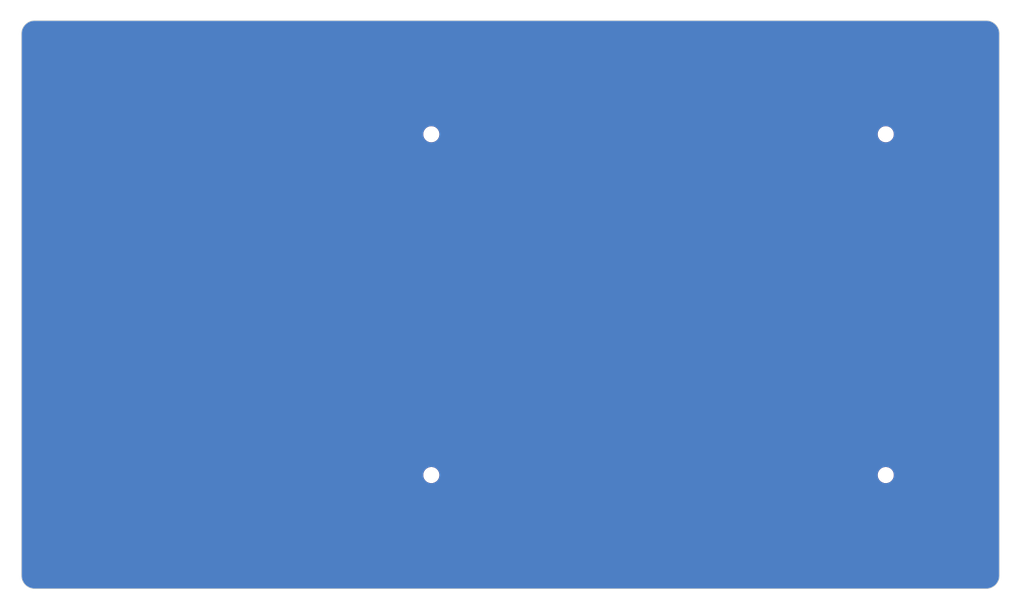
<source format=kicad_pcb>
(kicad_pcb (version 20241229) (generator "pcbnew") (generator_version "9.0")
  (layers (0 "F.Cu" signal) (2 "B.Cu" signal) (13 "F.Paste" user) (15 "B.Paste" user) (5 "F.SilkS" user "F.Silkscreen") (7 "B.SilkS" user "B.Silkscreen") (1 "F.Mask" user) (3 "B.Mask" user) (25 "Edge.Cuts" user))
  (net 0 "")
  (footprint "MountingHole:MountingHole_2.2mm_M2" (layer "F.Cu") (at 183.375 105.2)
    (property "Reference" "H4" (hide yes))
    (property "Value" "M2")
    (pad "" np_thru_hole circle (at 0 0) (size 2.2 2.2) (drill 2.2) (layers "*.Cu" "*.Mask"))
  )
  (footprint "MountingHole:MountingHole_2.2mm_M2" (layer "F.Cu") (at 107.175 48.05)
    (property "Reference" "H1" (hide yes))
    (property "Value" "M2")
    (pad "" np_thru_hole circle (at 0 0) (size 2.2 2.2) (drill 2.2) (layers "*.Cu" "*.Mask"))
  )
  (footprint "MountingHole:MountingHole_2.2mm_M2" (layer "F.Cu") (at 107.175 105.2)
    (property "Reference" "H2" (hide yes))
    (property "Value" "M2")
    (pad "" np_thru_hole circle (at 0 0) (size 2.2 2.2) (drill 2.2) (layers "*.Cu" "*.Mask"))
  )
  (footprint "MountingHole:MountingHole_2.2mm_M2" (layer "F.Cu") (at 183.375 48.05)
    (property "Reference" "H3" (hide yes))
    (property "Value" "M2")
    (pad "" np_thru_hole circle (at 0 0) (size 2.2 2.2) (drill 2.2) (layers "*.Cu" "*.Mask"))
  )
  (footprint "DreaM117er-keebLibrary:Trackpad_Cirque_TM040040" (layer "F.Cu") (at 63.218 99.493 -90)
    (property "Reference" "H5" (hide yes))
    (property "Value" "TM040040")
  )
  (gr_arc (start 200.225 29) (mid 201.780635 29.644365) (end 202.425 31.2) (stroke (width 0.1)) (layer "Edge.Cuts"))
  (gr_arc (start 202.425 122.05) (mid 201.780635 123.605635) (end 200.225 124.25) (stroke (width 0.1)) (layer "Edge.Cuts"))
  (gr_arc (start 40.661 124.25) (mid 39.105365 123.605635) (end 38.461 122.05) (stroke (width 0.1)) (layer "Edge.Cuts"))
  (gr_arc (start 38.461 31.2) (mid 39.105365 29.644365) (end 40.661 29) (stroke (width 0.1)) (layer "Edge.Cuts"))
  (gr_line (start 38.461 31.2) (end 38.461 122.05) (stroke (width 0.1)) (layer "Edge.Cuts"))
  (gr_line (start 40.661 29) (end 200.225 29) (stroke (width 0.1)) (layer "Edge.Cuts"))
  (gr_line (start 200.225 124.25) (end 40.661 124.25) (stroke (width 0.1)) (layer "Edge.Cuts"))
  (gr_line (start 202.425 122.05) (end 202.425 31.2) (stroke (width 0.1)) (layer "Edge.Cuts"))
  (zone (net 0) (net_name "") (layers "F.Cu" "B.Cu") (connect_pads (clearance 0.5)) (min_thickness 0.25) (fill yes (thermal_gap 0.5) (thermal_bridge_width 0.5))
    (polygon (pts (xy 34.85 25.54) (xy 34.85 127.801203) (xy 206.139332 128.031095) (xy 206.56 25.66)))
  )
)
</source>
